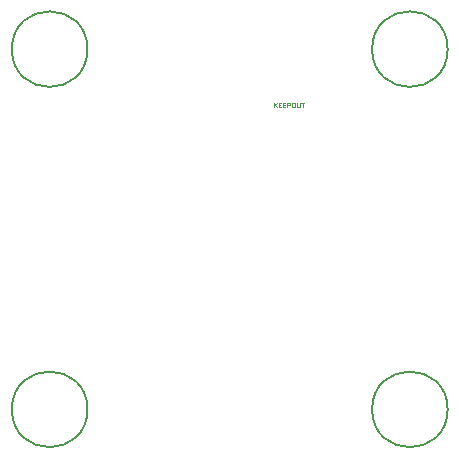
<source format=gbr>
%TF.GenerationSoftware,KiCad,Pcbnew,(6.0.9)*%
%TF.CreationDate,2022-11-01T00:51:48+09:00*%
%TF.ProjectId,STM32-FC,53544d33-322d-4464-932e-6b696361645f,rev?*%
%TF.SameCoordinates,Original*%
%TF.FileFunction,Other,Comment*%
%FSLAX46Y46*%
G04 Gerber Fmt 4.6, Leading zero omitted, Abs format (unit mm)*
G04 Created by KiCad (PCBNEW (6.0.9)) date 2022-11-01 00:51:48*
%MOMM*%
%LPD*%
G01*
G04 APERTURE LIST*
%ADD10C,0.070000*%
%ADD11C,0.150000*%
G04 APERTURE END LIST*
D10*
%TO.C,J5*%
X153761904Y-89680952D02*
X153761904Y-89280952D01*
X153990476Y-89680952D02*
X153819047Y-89452380D01*
X153990476Y-89280952D02*
X153761904Y-89509523D01*
X154161904Y-89471428D02*
X154295238Y-89471428D01*
X154352380Y-89680952D02*
X154161904Y-89680952D01*
X154161904Y-89280952D01*
X154352380Y-89280952D01*
X154523809Y-89471428D02*
X154657142Y-89471428D01*
X154714285Y-89680952D02*
X154523809Y-89680952D01*
X154523809Y-89280952D01*
X154714285Y-89280952D01*
X154885714Y-89680952D02*
X154885714Y-89280952D01*
X155038095Y-89280952D01*
X155076190Y-89300000D01*
X155095238Y-89319047D01*
X155114285Y-89357142D01*
X155114285Y-89414285D01*
X155095238Y-89452380D01*
X155076190Y-89471428D01*
X155038095Y-89490476D01*
X154885714Y-89490476D01*
X155361904Y-89280952D02*
X155438095Y-89280952D01*
X155476190Y-89300000D01*
X155514285Y-89338095D01*
X155533333Y-89414285D01*
X155533333Y-89547619D01*
X155514285Y-89623809D01*
X155476190Y-89661904D01*
X155438095Y-89680952D01*
X155361904Y-89680952D01*
X155323809Y-89661904D01*
X155285714Y-89623809D01*
X155266666Y-89547619D01*
X155266666Y-89414285D01*
X155285714Y-89338095D01*
X155323809Y-89300000D01*
X155361904Y-89280952D01*
X155704761Y-89280952D02*
X155704761Y-89604761D01*
X155723809Y-89642857D01*
X155742857Y-89661904D01*
X155780952Y-89680952D01*
X155857142Y-89680952D01*
X155895238Y-89661904D01*
X155914285Y-89642857D01*
X155933333Y-89604761D01*
X155933333Y-89280952D01*
X156066666Y-89280952D02*
X156295238Y-89280952D01*
X156180952Y-89680952D02*
X156180952Y-89280952D01*
D11*
%TO.C,H2*%
X168450000Y-84750000D02*
G75*
G03*
X168450000Y-84750000I-3200000J0D01*
G01*
%TO.C,H3*%
X137950000Y-115250000D02*
G75*
G03*
X137950000Y-115250000I-3200000J0D01*
G01*
%TO.C,H1*%
X137950000Y-84750000D02*
G75*
G03*
X137950000Y-84750000I-3200000J0D01*
G01*
%TO.C,H4*%
X168450000Y-115250000D02*
G75*
G03*
X168450000Y-115250000I-3200000J0D01*
G01*
%TD*%
M02*

</source>
